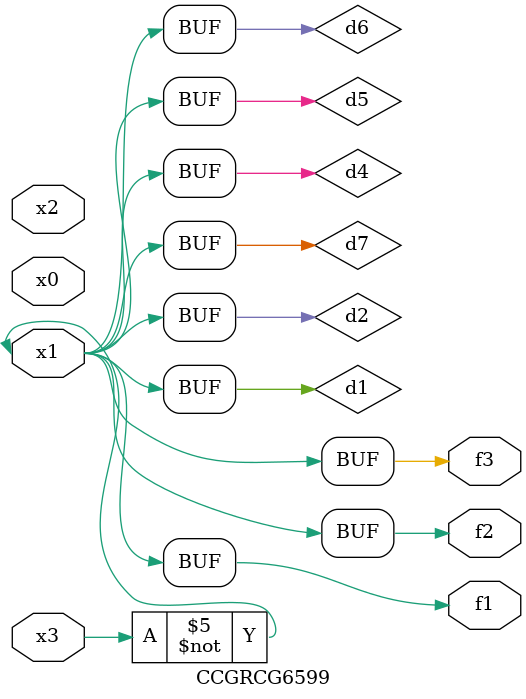
<source format=v>
module CCGRCG6599(
	input x0, x1, x2, x3,
	output f1, f2, f3
);

	wire d1, d2, d3, d4, d5, d6, d7;

	not (d1, x3);
	buf (d2, x1);
	xnor (d3, d1, d2);
	nor (d4, d1);
	buf (d5, d1, d2);
	buf (d6, d4, d5);
	nand (d7, d4);
	assign f1 = d6;
	assign f2 = d7;
	assign f3 = d6;
endmodule

</source>
